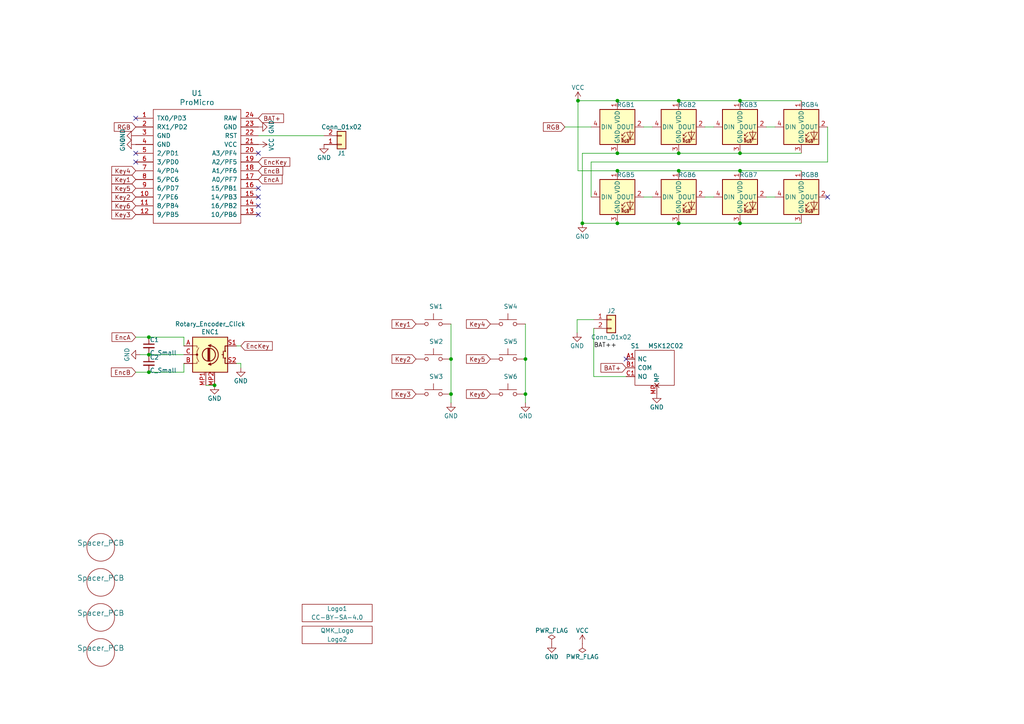
<source format=kicad_sch>
(kicad_sch (version 20211123) (generator eeschema)
  (paper "A4")
  (title_block (title "Little Big Scroll 6 - PCB") (date "2022-08-26") (rev "v1.1") (company "Tweety's Wild Thinking") (comment 1 "Markus Knutsson <markus.knutsson@tweety.se>") (comment 2 "https://github.com/TweetyDaBird") (comment 3 "Licensed under Creative Commons BY-SA 4.0 International"))
  (lib_symbols
    (symbol "Common Library:ProMicro" (pin_names (offset 1.016))
      (property "Reference" "U1" (at 0 21.2598 0))
      (property "Value" "ProMicro" (at 0 18.5674 0))
      (symbol "ProMicro_0_1"
        (rectangle (start -12.7 -16.51) (end 12.7 16.51))
      )
      (symbol "ProMicro_1_1"
        (pin input line (at -17.78 13.97 0) (length 5.08) (name "TX0/PD3") (number "1"))
        (pin input line (at -17.78 -8.89 0) (length 5.08) (name "7/PE6") (number "10"))
        (pin input line (at -17.78 -11.43 0) (length 5.08) (name "8/PB4") (number "11"))
        (pin input line (at -17.78 -13.97 0) (length 5.08) (name "9/PB5") (number "12"))
        (pin input line (at 17.78 -13.97 180) (length 5.08) (name "10/PB6") (number "13"))
        (pin input line (at 17.78 -11.43 180) (length 5.08) (name "16/PB2") (number "14"))
        (pin input line (at 17.78 -8.89 180) (length 5.08) (name "14/PB3") (number "15"))
        (pin input line (at 17.78 -6.35 180) (length 5.08) (name "15/PB1") (number "16"))
        (pin input line (at 17.78 -3.81 180) (length 5.08) (name "A0/PF7") (number "17"))
        (pin input line (at 17.78 -1.27 180) (length 5.08) (name "A1/PF6") (number "18"))
        (pin input line (at 17.78 1.27 180) (length 5.08) (name "A2/PF5") (number "19"))
        (pin input line (at -17.78 11.43 0) (length 5.08) (name "RX1/PD2") (number "2"))
        (pin input line (at 17.78 3.81 180) (length 5.08) (name "A3/PF4") (number "20"))
        (pin input line (at 17.78 6.35 180) (length 5.08) (name "VCC") (number "21"))
        (pin input line (at 17.78 8.89 180) (length 5.08) (name "RST") (number "22"))
        (pin input line (at 17.78 11.43 180) (length 5.08) (name "GND") (number "23"))
        (pin input line (at 17.78 13.97 180) (length 5.08) (name "RAW") (number "24"))
        (pin input line (at -17.78 8.89 0) (length 5.08) (name "GND") (number "3"))
        (pin input line (at -17.78 6.35 0) (length 5.08) (name "GND") (number "4"))
        (pin input line (at -17.78 3.81 0) (length 5.08) (name "2/PD1") (number "5"))
        (pin input line (at -17.78 1.27 0) (length 5.08) (name "3/PD0") (number "6"))
        (pin input line (at -17.78 -1.27 0) (length 5.08) (name "4/PD4") (number "7"))
        (pin input line (at -17.78 -3.81 0) (length 5.08) (name "5/PC6") (number "8"))
        (pin input line (at -17.78 -6.35 0) (length 5.08) (name "6/PD7") (number "9"))
      )
    )
    (symbol "Connector_Generic:Conn_01x02" (pin_names (offset 1.016) hide)
      (property "Reference" "J" (at 0 2.54 0))
      (property "Value" "Conn_01x02" (at 0 -5.08 0))
      (symbol "Conn_01x02_1_1"
        (rectangle (start -1.27 -2.413) (end 0 -2.667) (stroke (width 0.1524)))
        (rectangle (start -1.27 0.127) (end 0 -0.127) (stroke (width 0.1524)))
        (rectangle (start -1.27 1.27) (end 1.27 -3.81) (stroke (width 0.254)) (fill (type background)))
        (pin passive line (at -5.08 0 0) (length 3.81) (name "Pin_1") (number "1"))
        (pin passive line (at -5.08 -2.54 0) (length 3.81) (name "Pin_2") (number "2"))
      )
    )
    (symbol "Device:C_Small" (pin_numbers hide) (pin_names (offset 0.254) hide)
      (property "Reference" "C" (at 0.254 1.778 0))
      (property "Value" "C_Small" (at 0.254 -2.032 0))
      (symbol "C_Small_0_1"
        (polyline (pts (xy -1.524 -0.508) (xy 1.524 -0.508)) (stroke (width 0.3302)))
        (polyline (pts (xy -1.524 0.508) (xy 1.524 0.508)) (stroke (width 0.3048)))
      )
      (symbol "C_Small_1_1"
        (pin passive line (at 0 2.54 270) (length 2.032) (name "~") (number "1"))
        (pin passive line (at 0 -2.54 90) (length 2.032) (name "~") (number "2"))
      )
    )
    (symbol "Keyboard Switches & Encoders:MSK12C02" (pin_names (offset 0.762))
      (property "Reference" "S1" (at -6.35 7.62 0))
      (property "Value" "MSK12C02" (at -1.27 7.62 0))
      (symbol "MSK12C02_0_0"
        (pin passive line (at -7.62 3.81 0) (length 2.54) (name "NC") (number "A1"))
        (pin passive line (at -7.62 1.27 0) (length 2.54) (name "COM") (number "B1"))
        (pin passive line (at -7.62 -1.27 0) (length 2.54) (name "NO") (number "C1"))
        (pin passive non_logic (at 1.27 -6.35 90) (length 2.54) (name "MP") (number "MP"))
      )
      (symbol "MSK12C02_0_1"
        (polyline (pts (xy -5.08 3.81) (xy -5.08 6.35) (xy 6.35 6.35) (xy 6.35 -3.81) (xy -5.08 -3.81) (xy -5.08 3.81)) (stroke (width 0.1524)))
      )
    )
    (symbol "Keyboard Switches & Encoders:Rotary_Encoder_Click" (pin_names (offset 0.254) hide)
      (property "Reference" "ENC" (at 0 6.604 0))
      (property "Value" "Rotary_Encoder_Click" (at 0 8.89 0))
      (symbol "Rotary_Encoder_Click_0_1"
        (rectangle (start -5.08 5.08) (end 5.08 -5.08) (stroke (width 0.254)) (fill (type background)))
        (circle (center -3.81 0) (radius 0.254) (fill (type outline)))
        (arc (start -0.381 -2.794) (mid 2.3622 -0.0508) (end -0.381 2.667) (stroke (width 0.254)))
        (circle (center -0.381 0) (radius 1.905) (stroke (width 0.254)))
        (polyline (pts (xy -0.635 -1.778) (xy -0.635 1.778)) (stroke (width 0.254)))
        (polyline (pts (xy -0.381 -1.778) (xy -0.381 1.778)) (stroke (width 0.254)))
        (polyline (pts (xy -0.127 1.778) (xy -0.127 -1.778)) (stroke (width 0.254)))
        (polyline (pts (xy 3.81 0) (xy 3.429 0)) (stroke (width 0.254)))
        (polyline (pts (xy 3.81 1.016) (xy 3.81 -1.016)) (stroke (width 0.254)))
        (polyline (pts (xy -5.08 -2.54) (xy -3.81 -2.54) (xy -3.81 -2.032)))
        (polyline (pts (xy -5.08 2.54) (xy -3.81 2.54) (xy -3.81 2.032)))
        (polyline (pts (xy 0.254 -3.048) (xy -0.508 -2.794) (xy 0.127 -2.413)) (stroke (width 0.254)))
        (polyline (pts (xy 0.254 2.921) (xy -0.508 2.667) (xy 0.127 2.286)) (stroke (width 0.254)))
        (polyline (pts (xy 5.08 -2.54) (xy 4.318 -2.54) (xy 4.318 -1.016)) (stroke (width 0.254)))
        (polyline (pts (xy 5.08 2.54) (xy 4.318 2.54) (xy 4.318 1.016)) (stroke (width 0.254)))
        (polyline (pts (xy -5.08 0) (xy -3.81 0) (xy -3.81 -1.016) (xy -3.302 -2.032)))
        (polyline (pts (xy -4.318 0) (xy -3.81 0) (xy -3.81 1.016) (xy -3.302 2.032)))
        (circle (center 4.318 -1.016) (radius 0.127) (stroke (width 0.254)))
        (circle (center 4.318 1.016) (radius 0.127) (stroke (width 0.254)))
      )
      (symbol "Rotary_Encoder_Click_1_1"
        (pin passive line (at -7.62 2.54 0) (length 2.54) (name "A") (number "A"))
        (pin passive line (at -7.62 -2.54 0) (length 2.54) (name "B") (number "B"))
        (pin passive line (at -7.62 0 0) (length 2.54) (name "C") (number "C"))
        (pin power_in line (at -1.27 -8.89 90) (length 3.7084) (name "GND") (number "MP1"))
        (pin power_in line (at 1.27 -8.89 90) (length 3.7592) (name "GND") (number "MP2"))
        (pin passive line (at 7.62 2.54 180) (length 2.54) (name "S1") (number "S1"))
        (pin passive line (at 7.62 -2.54 180) (length 2.54) (name "S2") (number "S2"))
      )
    )
    (symbol "Keyboard Switches & Encoders:SK6812MINI-E" (pin_names (offset 0.254))
      (property "Reference" "RGB" (at 5.08 5.715 0))
      (symbol "SK6812MINI-E_0_0"
        (text "RGB" (at 2.286 -4.191 0) (effects (font (size 0.762 0.762))))
      )
      (symbol "SK6812MINI-E_0_1"
        (polyline (pts (xy 1.27 -3.556) (xy 1.778 -3.556)))
        (polyline (pts (xy 1.27 -2.54) (xy 1.778 -2.54)))
        (polyline (pts (xy 4.699 -3.556) (xy 2.667 -3.556)))
        (polyline (pts (xy 2.286 -2.54) (xy 1.27 -3.556) (xy 1.27 -3.048)))
        (polyline (pts (xy 2.286 -1.524) (xy 1.27 -2.54) (xy 1.27 -2.032)))
        (polyline (pts (xy 3.683 -1.016) (xy 3.683 -3.556) (xy 3.683 -4.064)))
        (polyline (pts (xy 4.699 -1.524) (xy 2.667 -1.524) (xy 3.683 -3.556) (xy 4.699 -1.524)))
        (rectangle (start 5.08 5.08) (end -5.08 -5.08) (stroke (width 0.254)) (fill (type background)))
      )
      (symbol "SK6812MINI-E_1_1"
        (pin power_in line (at 0 7.62 270) (length 2.54) (name "VDD") (number "1"))
        (pin output line (at 7.62 0 180) (length 2.54) (name "DOUT") (number "2"))
        (pin power_in line (at 0 -7.62 90) (length 2.54) (name "GND") (number "3"))
        (pin input line (at -7.62 0 0) (length 2.54) (name "DIN") (number "4"))
      )
    )
    (symbol "Keyboard Switches & Encoders:SW_MX_HS" (pin_numbers hide) (pin_names (offset 1.016) hide)
      (property "Reference" "SW" (at -1.27 5.08 0))
      (property "Value" "SW_MX_HS" (at 0 -1.524 0))
      (symbol "SW_MX_HS_0_1"
        (circle (center -2.032 0) (radius 0.508))
        (polyline (pts (xy 0 1.27) (xy 0 3.048)))
        (polyline (pts (xy 2.54 1.27) (xy -2.54 1.27)))
        (circle (center 2.032 0) (radius 0.508))
        (pin passive line (at -5.08 0 0) (length 2.54) (name "1") (number "1"))
        (pin passive line (at 5.08 0 180) (length 2.54) (name "2") (number "2"))
      )
    )
    (symbol "Keyboard Switches & Encoders:Spacer_PCB" (pin_names (offset 1.016))
      (property "Value" "Spacer_PCB" (at 0 1.27 0))
      (symbol "Spacer_PCB_0_1"
        (circle (center 0 0) (radius 4.0132))
      )
    )
    (symbol "Logotypes:CC-BY-SA-4.0" (pin_names (offset 1.016))
      (property "Reference" "Logo" (at 0 1.27 0))
      (property "Value" "CC-BY-SA-4.0" (at 0 -1.27 0))
      (symbol "CC-BY-SA-4.0_0_1"
        (rectangle (start -10.16 2.54) (end 10.16 -2.54))
      )
    )
    (symbol "Logotypes:QMK_Logo" (pin_numbers hide) (pin_names (offset 0) hide) (in_bom no)
      (property "Reference" "Logo" (at 0 0 0))
      (property "Value" "QMK_Logo" (at 0 2.54 0))
      (symbol "QMK_Logo_0_1"
        (rectangle (start -10.16 3.81) (end 10.16 -1.27))
      )
    )
    (symbol "power:GND" (power) (pin_names (offset 0))
      (property "Value" "GND" (at 0 -3.81 0))
      (symbol "GND_0_1"
        (polyline (pts (xy 0 0) (xy 0 -1.27) (xy 1.27 -1.27) (xy 0 -2.54) (xy -1.27 -1.27) (xy 0 -1.27)))
      )
      (symbol "GND_1_1"
        (pin power_in line (at 0 0 270) (length 0) hide (name "GND") (number "1"))
      )
    )
    (symbol "power:PWR_FLAG" (power) (pin_numbers hide) (pin_names (offset 0) hide)
      (property "Value" "PWR_FLAG" (at 0 3.81 0))
      (symbol "PWR_FLAG_0_0"
        (pin power_out line (at 0 0 90) (length 0) (name "pwr") (number "1"))
      )
      (symbol "PWR_FLAG_0_1"
        (polyline (pts (xy 0 0) (xy 0 1.27) (xy -1.016 1.905) (xy 0 2.54) (xy 1.016 1.905) (xy 0 1.27)))
      )
    )
    (symbol "power:VCC" (power) (pin_names (offset 0))
      (property "Value" "VCC" (at 0 3.81 0))
      (symbol "VCC_0_1"
        (polyline (pts (xy -0.762 1.27) (xy 0 2.54)))
        (polyline (pts (xy 0 0) (xy 0 2.54)))
        (polyline (pts (xy 0 2.54) (xy 0.762 1.27)))
      )
      (symbol "VCC_1_1"
        (pin power_in line (at 0 0 90) (length 0) hide (name "VCC") (number "1"))
      )
    )
  )
  (junction (at 214.63 49.53))
  (junction (at 130.81 114.3))
  (junction (at 196.85 29.21))
  (junction (at 214.63 44.45))
  (junction (at 179.07 64.77))
  (junction (at 214.63 64.77))
  (junction (at 196.85 64.77))
  (junction (at 43.18 97.79))
  (junction (at 152.4 114.3))
  (junction (at 62.23 111.76))
  (junction (at 179.07 44.45))
  (junction (at 43.18 102.87))
  (junction (at 152.4 104.14))
  (junction (at 43.18 107.95))
  (junction (at 196.85 44.45))
  (junction (at 179.07 49.53))
  (junction (at 196.85 49.53))
  (junction (at 167.64 29.21))
  (junction (at 130.81 104.14))
  (junction (at 179.07 29.21))
  (junction (at 168.91 64.77))
  (junction (at 214.63 29.21))
  (no_connect (at 74.93 59.69))
  (no_connect (at 39.37 44.45))
  (no_connect (at 39.37 34.29))
  (no_connect (at 74.93 44.45))
  (no_connect (at 74.93 62.23))
  (no_connect (at 240.03 57.15))
  (no_connect (at 74.93 54.61))
  (no_connect (at 39.37 46.99))
  (no_connect (at 74.93 57.15))
  (no_connect (at 181.61 104.14))
  (wire (pts (xy 196.85 29.21) (xy 214.63 29.21)))
  (wire (pts (xy 179.07 49.53) (xy 196.85 49.53)))
  (wire (pts (xy 189.23 57.15) (xy 186.69 57.15)))
  (wire (pts (xy 171.45 46.99) (xy 171.45 57.15)))
  (wire (pts (xy 69.85 100.33) (xy 68.58 100.33)))
  (wire (pts (xy 240.03 36.83) (xy 240.03 46.99)))
  (wire (pts (xy 74.93 39.37) (xy 93.98 39.37)))
  (wire (pts (xy 232.41 64.77) (xy 214.63 64.77)))
  (wire (pts (xy 168.91 44.45) (xy 168.91 64.77)))
  (wire (pts (xy 152.4 93.98) (xy 152.4 104.14)))
  (wire (pts (xy 53.34 105.41) (xy 53.34 107.95)))
  (wire (pts (xy 171.45 36.83) (xy 163.83 36.83)))
  (wire (pts (xy 214.63 49.53) (xy 232.41 49.53)))
  (wire (pts (xy 167.386 92.71) (xy 167.386 96.52)))
  (wire (pts (xy 181.61 109.22) (xy 172.212 109.22)))
  (wire (pts (xy 53.34 107.95) (xy 43.18 107.95)))
  (wire (pts (xy 43.18 107.95) (xy 39.37 107.95)))
  (wire (pts (xy 196.85 44.45) (xy 214.63 44.45)))
  (wire (pts (xy 224.79 57.15) (xy 222.25 57.15)))
  (wire (pts (xy 179.07 44.45) (xy 196.85 44.45)))
  (wire (pts (xy 130.81 93.98) (xy 130.81 104.14)))
  (wire (pts (xy 196.85 49.53) (xy 214.63 49.53)))
  (wire (pts (xy 130.81 104.14) (xy 130.81 114.3)))
  (wire (pts (xy 39.37 97.79) (xy 43.18 97.79)))
  (wire (pts (xy 179.07 64.77) (xy 168.91 64.77)))
  (wire (pts (xy 240.03 46.99) (xy 171.45 46.99)))
  (wire (pts (xy 62.23 111.76) (xy 59.69 111.76)))
  (wire (pts (xy 196.85 64.77) (xy 179.07 64.77)))
  (wire (pts (xy 207.01 57.15) (xy 204.47 57.15)))
  (wire (pts (xy 214.63 44.45) (xy 232.41 44.45)))
  (wire (pts (xy 152.4 104.14) (xy 152.4 114.3)))
  (wire (pts (xy 214.63 29.21) (xy 232.41 29.21)))
  (wire (pts (xy 204.47 36.83) (xy 207.01 36.83)))
  (wire (pts (xy 53.34 102.87) (xy 43.18 102.87)))
  (wire (pts (xy 214.63 64.77) (xy 196.85 64.77)))
  (wire (pts (xy 172.212 95.25) (xy 172.212 109.22)))
  (wire (pts (xy 167.64 29.21) (xy 167.64 49.53)))
  (wire (pts (xy 43.18 97.79) (xy 53.34 97.79)))
  (wire (pts (xy 172.212 92.71) (xy 167.386 92.71)))
  (wire (pts (xy 152.4 114.3) (xy 152.4 116.84)))
  (wire (pts (xy 168.91 44.45) (xy 179.07 44.45)))
  (wire (pts (xy 43.18 102.87) (xy 40.64 102.87)))
  (wire (pts (xy 130.81 114.3) (xy 130.81 116.84)))
  (wire (pts (xy 167.64 49.53) (xy 179.07 49.53)))
  (wire (pts (xy 186.69 36.83) (xy 189.23 36.83)))
  (wire (pts (xy 69.85 105.41) (xy 68.58 105.41)))
  (wire (pts (xy 222.25 36.83) (xy 224.79 36.83)))
  (wire (pts (xy 69.85 106.68) (xy 69.85 105.41)))
  (wire (pts (xy 179.07 29.21) (xy 167.64 29.21)))
  (wire (pts (xy 53.34 100.33) (xy 53.34 97.79)))
  (wire (pts (xy 179.07 29.21) (xy 196.85 29.21)))
  (label "BAT++" (at 172.212 101.092 0))
  (global_label "Key3" (shape input) (at 120.65 114.3 180) (property "Intersheet References" "${INTERSHEET_REFS}" (effects hide)))
  (global_label "RGB" (shape input) (at 163.83 36.83 180) (property "Intersheet References" "${INTERSHEET_REFS}" (effects hide)))
  (global_label "Key6" (shape input) (at 142.24 114.3 180) (property "Intersheet References" "${INTERSHEET_REFS}" (effects hide)))
  (global_label "Key4" (shape input) (at 39.37 49.53 180) (property "Intersheet References" "${INTERSHEET_REFS}" (effects hide)))
  (global_label "EncA" (shape input) (at 74.93 52.07 0) (property "Intersheet References" "${INTERSHEET_REFS}" (effects hide)))
  (global_label "BAT+" (shape input) (at 74.93 34.29 0) (property "Intersheet References" "${INTERSHEET_REFS}" (effects hide)))
  (global_label "Key1" (shape input) (at 120.65 93.98 180) (property "Intersheet References" "${INTERSHEET_REFS}" (effects hide)))
  (global_label "Key3" (shape input) (at 39.37 62.23 180) (property "Intersheet References" "${INTERSHEET_REFS}" (effects hide)))
  (global_label "EncA" (shape input) (at 39.37 97.79 180) (property "Intersheet References" "${INTERSHEET_REFS}" (effects hide)))
  (global_label "Key1" (shape input) (at 39.37 52.07 180) (property "Intersheet References" "${INTERSHEET_REFS}" (effects hide)))
  (global_label "BAT+" (shape input) (at 181.61 106.68 180) (property "Intersheet References" "${INTERSHEET_REFS}" (effects hide)))
  (global_label "EncB" (shape input) (at 39.37 107.95 180) (property "Intersheet References" "${INTERSHEET_REFS}" (effects hide)))
  (global_label "Key2" (shape input) (at 39.37 57.15 180) (property "Intersheet References" "${INTERSHEET_REFS}" (effects hide)))
  (global_label "Key2" (shape input) (at 120.65 104.14 180) (property "Intersheet References" "${INTERSHEET_REFS}" (effects hide)))
  (global_label "EncKey" (shape input) (at 74.93 46.99 0) (property "Intersheet References" "${INTERSHEET_REFS}" (effects hide)))
  (global_label "Key4" (shape input) (at 142.24 93.98 180) (property "Intersheet References" "${INTERSHEET_REFS}" (effects hide)))
  (global_label "Key5" (shape input) (at 142.24 104.14 180) (property "Intersheet References" "${INTERSHEET_REFS}" (effects hide)))
  (global_label "EncKey" (shape input) (at 69.85 100.33 0) (property "Intersheet References" "${INTERSHEET_REFS}" (effects hide)))
  (global_label "RGB" (shape input) (at 39.37 36.83 180) (property "Intersheet References" "${INTERSHEET_REFS}" (effects hide)))
  (global_label "Key5" (shape input) (at 39.37 54.61 180) (property "Intersheet References" "${INTERSHEET_REFS}" (effects hide)))
  (global_label "Key6" (shape input) (at 39.37 59.69 180) (property "Intersheet References" "${INTERSHEET_REFS}" (effects hide)))
  (global_label "EncB" (shape input) (at 74.93 49.53 0) (property "Intersheet References" "${INTERSHEET_REFS}" (effects hide)))
  (symbol (lib_id "Common Library:ProMicro") (at 57.15 48.26 0) (unit 1)
    (property "Reference" "U1" (at 57.15 27.0002 0) (effects (font (size 1.524 1.524))))
    (property "Value" "ProMicro" (at 57.15 29.6926 0) (effects (font (size 1.524 1.524))))
    (property "Footprint" "Common Library:ProMicro" (effects hide))
  )
  (symbol (lib_id "Keyboard Switches & Encoders:Rotary_Encoder_Click") (at 60.96 102.87 0) (unit 1)
    (property "Reference" "ENC1" (at 60.96 96.266 0))
    (property "Value" "Rotary_Encoder_Click" (at 60.96 93.98 0))
    (property "Footprint" "Keyboard Switches & Encoders:Encoder_Alps_EC11E_Small" (effects hide))
  )
  (symbol (lib_id "power:GND") (at 74.93 36.83 90) (unit 1)
    (property "Reference" "#PWR0111" (effects hide))
    (property "Value" "GND" (at 78.74 36.83 0))
  )
  (symbol (lib_id "power:VCC") (at 74.93 41.91 270) (unit 1)
    (property "Reference" "#PWR0112" (effects hide))
    (property "Value" "VCC" (at 78.74 41.91 0))
  )
  (symbol (lib_id "power:GND") (at 40.64 102.87 270) (unit 1)
    (property "Reference" "#PWR0114" (effects hide))
    (property "Value" "GND" (at 36.83 102.87 0))
  )
  (symbol (lib_id "Device:C_Small") (at 43.18 105.41 0) (unit 1)
    (property "Reference" "C2" (at 43.434 103.632 0) (effects (justify left)))
    (property "Value" "C_Small" (at 43.434 107.442 0) (effects (justify left)))
    (property "Footprint" "Capacitor_THT:C_Axial_L3.8mm_D2.6mm_P7.50mm_Horizontal" (effects hide))
  )
  (symbol (lib_id "power:GND") (at 39.37 41.91 270) (unit 1)
    (property "Reference" "#PWR0116" (effects hide))
    (property "Value" "GND" (at 35.56 41.91 0))
  )
  (symbol (lib_id "power:GND") (at 39.37 39.37 270) (unit 1)
    (property "Reference" "#PWR0115" (effects hide))
    (property "Value" "GND" (at 35.56 39.37 0))
  )
  (symbol (lib_id "Keyboard Switches & Encoders:SK6812MINI-E") (at 179.07 36.83 0) (unit 1)
    (property "Reference" "RGB1" (at 184.15 31.115 0) (effects (justify right bottom)))
    (property "Value" "SK6812MINI-E" (effects hide))
    (property "Footprint" "Keyboard Switches & Encoders:RGB_SK6812MINI-E" (effects hide))
    (property "Datasheet" "https://cdn-shop.adafruit.com/product-files/2686/SK6812MINI_REV.01-1-2.pdf" (effects hide))
  )
  (symbol (lib_id "Keyboard Switches & Encoders:SK6812MINI-E") (at 196.85 36.83 0) (unit 1)
    (property "Reference" "RGB2" (at 201.93 31.115 0) (effects (justify right bottom)))
    (property "Value" "SK6812MINI-E" (effects hide))
    (property "Footprint" "Keyboard Switches & Encoders:RGB_SK6812MINI-E" (effects hide))
    (property "Datasheet" "https://cdn-shop.adafruit.com/product-files/2686/SK6812MINI_REV.01-1-2.pdf" (effects hide))
  )
  (symbol (lib_id "Keyboard Switches & Encoders:SK6812MINI-E") (at 214.63 36.83 0) (unit 1)
    (property "Reference" "RGB3" (at 219.71 31.115 0) (effects (justify right bottom)))
    (property "Value" "SK6812MINI-E" (effects hide))
    (property "Footprint" "Keyboard Switches & Encoders:RGB_SK6812MINI-E" (effects hide))
    (property "Datasheet" "https://cdn-shop.adafruit.com/product-files/2686/SK6812MINI_REV.01-1-2.pdf" (effects hide))
  )
  (symbol (lib_id "Keyboard Switches & Encoders:SK6812MINI-E") (at 179.07 57.15 0) (unit 1)
    (property "Reference" "RGB5" (at 184.15 51.435 0) (effects (justify right bottom)))
    (property "Value" "SK6812MINI-E" (effects hide))
    (property "Footprint" "Keyboard Switches & Encoders:RGB_SK6812MINI-E" (effects hide))
    (property "Datasheet" "https://cdn-shop.adafruit.com/product-files/2686/SK6812MINI_REV.01-1-2.pdf" (effects hide))
  )
  (symbol (lib_id "Keyboard Switches & Encoders:SK6812MINI-E") (at 196.85 57.15 0) (unit 1)
    (property "Reference" "RGB6" (at 201.93 51.435 0) (effects (justify right bottom)))
    (property "Value" "SK6812MINI-E" (effects hide))
    (property "Footprint" "Keyboard Switches & Encoders:RGB_SK6812MINI-E" (effects hide))
    (property "Datasheet" "https://cdn-shop.adafruit.com/product-files/2686/SK6812MINI_REV.01-1-2.pdf" (effects hide))
  )
  (symbol (lib_id "Keyboard Switches & Encoders:SK6812MINI-E") (at 214.63 57.15 0) (unit 1)
    (property "Reference" "RGB7" (at 219.71 51.435 0) (effects (justify right bottom)))
    (property "Value" "SK6812MINI-E" (effects hide))
    (property "Footprint" "Keyboard Switches & Encoders:RGB_SK6812MINI-E" (effects hide))
    (property "Datasheet" "https://cdn-shop.adafruit.com/product-files/2686/SK6812MINI_REV.01-1-2.pdf" (effects hide))
  )
  (symbol (lib_id "Keyboard Switches & Encoders:SK6812MINI-E") (at 232.41 36.83 0) (unit 1)
    (property "Reference" "RGB4" (at 237.49 31.115 0) (effects (justify right bottom)))
    (property "Value" "SK6812MINI-E" (effects hide))
    (property "Footprint" "Keyboard Switches & Encoders:RGB_SK6812MINI-E" (effects hide))
    (property "Datasheet" "https://cdn-shop.adafruit.com/product-files/2686/SK6812MINI_REV.01-1-2.pdf" (effects hide))
  )
  (symbol (lib_id "Keyboard Switches & Encoders:SK6812MINI-E") (at 232.41 57.15 0) (unit 1)
    (property "Reference" "RGB8" (at 237.49 51.435 0) (effects (justify right bottom)))
    (property "Value" "SK6812MINI-E" (effects hide))
    (property "Footprint" "Keyboard Switches & Encoders:RGB_SK6812MINI-E" (effects hide))
    (property "Datasheet" "https://cdn-shop.adafruit.com/product-files/2686/SK6812MINI_REV.01-1-2.pdf" (effects hide))
  )
  (symbol (lib_id "power:VCC") (at 167.64 29.21 0) (unit 1)
    (property "Reference" "#PWR0107" (effects hide))
    (property "Value" "VCC" (at 167.64 25.4 0))
  )
  (symbol (lib_id "power:GND") (at 168.91 64.77 0) (unit 1)
    (property "Reference" "#PWR0109" (effects hide))
    (property "Value" "GND" (at 168.91 68.58 0))
  )
  (symbol (lib_id "Keyboard Switches & Encoders:Spacer_PCB") (at 29.21 189.23 0) (unit 1)
    (property "Reference" "H4" (effects hide))
    (property "Value" "Spacer_PCB" (at 29.21 187.96 0) (effects (font (size 1.524 1.524))))
    (property "Footprint" "Keyboard Switches & Encoders:Spacer PCB hole" (effects hide))
  )
  (symbol (lib_id "Keyboard Switches & Encoders:Spacer_PCB") (at 29.21 168.91 0) (unit 1)
    (property "Reference" "H2" (effects hide))
    (property "Value" "Spacer_PCB" (at 29.21 167.64 0) (effects (font (size 1.524 1.524))))
    (property "Footprint" "Keyboard Switches & Encoders:Spacer PCB hole" (effects hide))
  )
  (symbol (lib_id "Keyboard Switches & Encoders:Spacer_PCB") (at 29.21 158.75 0) (unit 1)
    (property "Reference" "H1" (effects hide))
    (property "Value" "Spacer_PCB" (at 29.21 157.48 0) (effects (font (size 1.524 1.524))))
    (property "Footprint" "Keyboard Switches & Encoders:Spacer PCB hole" (effects hide))
  )
  (symbol (lib_id "Keyboard Switches & Encoders:Spacer_PCB") (at 29.21 179.07 0) (unit 1)
    (property "Reference" "H3" (effects hide))
    (property "Value" "Spacer_PCB" (at 29.21 177.8 0) (effects (font (size 1.524 1.524))))
    (property "Footprint" "Keyboard Switches & Encoders:Spacer PCB hole" (effects hide))
  )
  (symbol (lib_id "power:GND") (at 62.23 111.76 0) (unit 1)
    (property "Reference" "#PWR0102" (effects hide))
    (property "Value" "GND" (at 62.23 115.57 0))
  )
  (symbol (lib_id "Device:C_Small") (at 43.18 100.33 0) (unit 1)
    (property "Reference" "C1" (at 43.434 98.552 0) (effects (justify left)))
    (property "Value" "C_Small" (at 43.434 102.362 0) (effects (justify left)))
    (property "Footprint" "Capacitor_THT:C_Axial_L3.8mm_D2.6mm_P7.50mm_Horizontal" (effects hide))
  )
  (symbol (lib_id "power:GND") (at 69.85 106.68 0) (unit 1)
    (property "Reference" "#PWR0101" (effects hide))
    (property "Value" "GND" (at 69.85 110.49 0))
  )
  (symbol (lib_id "power:GND") (at 152.4 116.84 0) (unit 1)
    (property "Reference" "#PWR0103" (effects hide))
    (property "Value" "GND" (at 152.4 120.65 0))
  )
  (symbol (lib_id "Logotypes:CC-BY-SA-4.0") (at 97.79 177.8 0) (unit 1)
    (property "Reference" "Logo1" (at 97.79 176.53 0))
    (property "Value" "CC-BY-SA-4.0" (at 97.79 179.07 0))
    (property "Footprint" "Logotypes:CC_BY_SA_40" (effects hide))
  )
  (symbol (lib_id "Keyboard Switches & Encoders:SW_MX_HS") (at 125.73 93.98 0) (unit 1)
    (property "Reference" "SW1" (at 124.46 88.9 0) (effects (justify left)))
    (property "Value" "SW_MX_HS" (effects hide))
    (property "Footprint" "Keyboard Switches & Encoders:SW_MX_HotSwap" (effects hide))
  )
  (symbol (lib_id "Keyboard Switches & Encoders:SW_MX_HS") (at 125.73 114.3 0) (unit 1)
    (property "Reference" "SW3" (at 124.46 109.22 0) (effects (justify left)))
    (property "Value" "SW_MX_HS" (effects hide))
    (property "Footprint" "Keyboard Switches & Encoders:SW_MX_HotSwap" (effects hide))
  )
  (symbol (lib_id "Logotypes:QMK_Logo") (at 97.79 185.42 0) (unit 1) (in_bom no)
    (property "Reference" "Logo2" (at 97.79 185.42 0))
    (property "Value" "QMK_Logo" (at 97.79 182.88 0))
    (property "Footprint" "Logotypes:Powered_by_QMK" (effects hide))
  )
  (symbol (lib_id "power:GND") (at 190.5 114.3 0) (unit 1)
    (property "Reference" "#PWR0108" (effects hide))
    (property "Value" "GND" (at 190.5 118.11 0))
  )
  (symbol (lib_id "Connector_Generic:Conn_01x02") (at 99.06 41.91 0) (mirror x) (unit 1)
    (property "Reference" "J1" (at 99.06 44.45 0))
    (property "Value" "Conn_01x02" (at 99.06 36.83 0))
    (property "Footprint" "Connector_PinHeader_2.54mm:PinHeader_1x02_P2.54mm_Vertical" (effects hide))
  )
  (symbol (lib_id "power:GND") (at 130.81 116.84 0) (unit 1)
    (property "Reference" "#PWR0104" (effects hide))
    (property "Value" "GND" (at 130.81 120.65 0))
  )
  (symbol (lib_id "Keyboard Switches & Encoders:SW_MX_HS") (at 147.32 93.98 0) (unit 1)
    (property "Reference" "SW4" (at 146.05 88.9 0) (effects (justify left)))
    (property "Value" "SW_MX_HS" (effects hide))
    (property "Footprint" "Keyboard Switches & Encoders:SW_MX_HotSwap" (effects hide))
  )
  (symbol (lib_id "Keyboard Switches & Encoders:SW_MX_HS") (at 125.73 104.14 0) (unit 1)
    (property "Reference" "SW2" (at 124.46 99.06 0) (effects (justify left)))
    (property "Value" "SW_MX_HS" (effects hide))
    (property "Footprint" "Keyboard Switches & Encoders:SW_MX_HotSwap" (effects hide))
  )
  (symbol (lib_id "Keyboard Switches & Encoders:MSK12C02") (at 189.23 107.95 0) (unit 1)
    (property "Reference" "S1" (at 182.88 100.33 0) (effects (justify left)))
    (property "Value" "MSK12C02" (at 187.96 100.33 0) (effects (justify left)))
    (property "Footprint" "Keyboard Switches & Encoders:MSK12C02" (effects hide))
    (property "Datasheet" "https://shouhan.en.made-in-china.com/product/xsMEmqgOAXWB/China-Slide-Switch-Msk12c02-Slide-Switch-on-off-2-Position-1p2t-Spdt-Miniature-Horizontal-SMD-7p-Slide-Switch.html" (effects hide))
    (property "Description" "SMD Toggle Switches" (effects hide))
    (property "Height" "1.4" (effects hide))
    (property "Manufacturer_Name" "Shou Han" (effects hide))
    (property "Manufacturer_Part_Number" "MSK12C02" (effects hide))
  )
  (symbol (lib_id "power:GND") (at 160.02 186.69 0) (unit 1)
    (property "Reference" "#PWR0106" (effects hide))
    (property "Value" "GND" (at 160.02 190.5 0))
  )
  (symbol (lib_id "power:VCC") (at 168.91 186.69 0) (unit 1)
    (property "Reference" "#PWR0105" (effects hide))
    (property "Value" "VCC" (at 168.91 182.88 0))
  )
  (symbol (lib_id "power:GND") (at 167.386 96.52 0) (unit 1)
    (property "Reference" "#PWR0110" (effects hide))
    (property "Value" "GND" (at 167.386 100.33 0))
  )
  (symbol (lib_id "power:PWR_FLAG") (at 168.91 186.69 180) (unit 1)
    (property "Reference" "#FLG0102" (effects hide))
    (property "Value" "PWR_FLAG" (at 168.91 190.5 0))
  )
  (symbol (lib_id "power:PWR_FLAG") (at 160.02 186.69 0) (unit 1)
    (property "Reference" "#FLG0101" (effects hide))
    (property "Value" "PWR_FLAG" (at 160.02 182.88 0))
  )
  (symbol (lib_id "power:GND") (at 93.98 41.91 0) (unit 1)
    (property "Reference" "#PWR0113" (effects hide))
    (property "Value" "GND" (at 93.98 45.72 0))
  )
  (symbol (lib_id "Connector_Generic:Conn_01x02") (at 177.292 92.71 0) (unit 1)
    (property "Reference" "J2" (at 177.292 90.17 0))
    (property "Value" "Conn_01x02" (at 177.292 97.79 0))
    (property "Footprint" "Connector_JST:JST_PH_S2B-PH-K_1x02_P2.00mm_Horizontal" (effects hide))
  )
  (symbol (lib_id "Keyboard Switches & Encoders:SW_MX_HS") (at 147.32 104.14 0) (unit 1)
    (property "Reference" "SW5" (at 146.05 99.06 0) (effects (justify left)))
    (property "Value" "SW_MX_HS" (effects hide))
    (property "Footprint" "Keyboard Switches & Encoders:SW_MX_HotSwap" (effects hide))
  )
  (symbol (lib_id "Keyboard Switches & Encoders:SW_MX_HS") (at 147.32 114.3 0) (unit 1)
    (property "Reference" "SW6" (at 146.05 109.22 0) (effects (justify left)))
    (property "Value" "SW_MX_HS" (effects hide))
    (property "Footprint" "Keyboard Switches & Encoders:SW_MX_HotSwap" (effects hide))
  )
)
</source>
